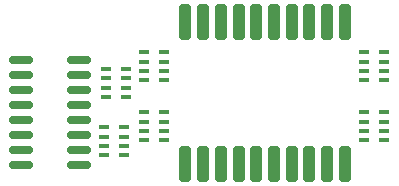
<source format=gbr>
%TF.GenerationSoftware,KiCad,Pcbnew,9.0.1*%
%TF.CreationDate,2025-08-04T21:34:24+02:00*%
%TF.ProjectId,rev1.0,72657631-2e30-42e6-9b69-6361645f7063,rev?*%
%TF.SameCoordinates,Original*%
%TF.FileFunction,Paste,Top*%
%TF.FilePolarity,Positive*%
%FSLAX46Y46*%
G04 Gerber Fmt 4.6, Leading zero omitted, Abs format (unit mm)*
G04 Created by KiCad (PCBNEW 9.0.1) date 2025-08-04 21:34:24*
%MOMM*%
%LPD*%
G01*
G04 APERTURE LIST*
G04 Aperture macros list*
%AMRoundRect*
0 Rectangle with rounded corners*
0 $1 Rounding radius*
0 $2 $3 $4 $5 $6 $7 $8 $9 X,Y pos of 4 corners*
0 Add a 4 corners polygon primitive as box body*
4,1,4,$2,$3,$4,$5,$6,$7,$8,$9,$2,$3,0*
0 Add four circle primitives for the rounded corners*
1,1,$1+$1,$2,$3*
1,1,$1+$1,$4,$5*
1,1,$1+$1,$6,$7*
1,1,$1+$1,$8,$9*
0 Add four rect primitives between the rounded corners*
20,1,$1+$1,$2,$3,$4,$5,0*
20,1,$1+$1,$4,$5,$6,$7,0*
20,1,$1+$1,$6,$7,$8,$9,0*
20,1,$1+$1,$8,$9,$2,$3,0*%
G04 Aperture macros list end*
%ADD10RoundRect,0.150000X-0.825000X-0.150000X0.825000X-0.150000X0.825000X0.150000X-0.825000X0.150000X0*%
%ADD11R,0.900000X0.400000*%
%ADD12RoundRect,0.150000X-0.350000X-1.350000X0.350000X-1.350000X0.350000X1.350000X-0.350000X1.350000X0*%
G04 APERTURE END LIST*
D10*
%TO.C,SW2*%
X210820000Y-99060000D03*
X210820000Y-100330000D03*
X210820000Y-101600000D03*
X210820000Y-102870000D03*
X210820000Y-104140000D03*
X210820000Y-105410000D03*
X210820000Y-106680000D03*
X210820000Y-107950000D03*
X215770000Y-107950000D03*
X215770000Y-106680000D03*
X215770000Y-105410000D03*
X215770000Y-104140000D03*
X215770000Y-102870000D03*
X215770000Y-101600000D03*
X215770000Y-100330000D03*
X215770000Y-99060000D03*
%TD*%
D11*
%TO.C,RN5*%
X221265000Y-103505000D03*
X221265000Y-104305000D03*
X221265000Y-105105000D03*
X221265000Y-105905000D03*
X222965000Y-105905000D03*
X222965000Y-105105000D03*
X222965000Y-104305000D03*
X222965000Y-103505000D03*
%TD*%
%TO.C,RN6*%
X241555000Y-105905000D03*
X241555000Y-105105000D03*
X241555000Y-104305000D03*
X241555000Y-103505000D03*
X239855000Y-103505000D03*
X239855000Y-104305000D03*
X239855000Y-105105000D03*
X239855000Y-105905000D03*
%TD*%
D12*
%TO.C,DIS1*%
X238235000Y-107885000D03*
X236735000Y-107885000D03*
X235235000Y-107885000D03*
X233735000Y-107885000D03*
X232235000Y-107885000D03*
X230735000Y-107885000D03*
X229235000Y-107885000D03*
X227735000Y-107885000D03*
X226235000Y-107885000D03*
X224735000Y-107885000D03*
X224735000Y-95885000D03*
X226235000Y-95885000D03*
X227735000Y-95885000D03*
X229235000Y-95885000D03*
X230735000Y-95885000D03*
X232235000Y-95885000D03*
X233735000Y-95885000D03*
X235235000Y-95885000D03*
X236735000Y-95885000D03*
X238235000Y-95885000D03*
%TD*%
D11*
%TO.C,RN1*%
X219505000Y-107175000D03*
X219505000Y-106375000D03*
X219505000Y-105575000D03*
X219505000Y-104775000D03*
X217805000Y-104775000D03*
X217805000Y-105575000D03*
X217805000Y-106375000D03*
X217805000Y-107175000D03*
%TD*%
%TO.C,RN4*%
X221265000Y-98425000D03*
X221265000Y-99225000D03*
X221265000Y-100025000D03*
X221265000Y-100825000D03*
X222965000Y-100825000D03*
X222965000Y-100025000D03*
X222965000Y-99225000D03*
X222965000Y-98425000D03*
%TD*%
%TO.C,RN2*%
X219710000Y-102235000D03*
X219710000Y-101435000D03*
X219710000Y-100635000D03*
X219710000Y-99835000D03*
X218010000Y-99835000D03*
X218010000Y-100635000D03*
X218010000Y-101435000D03*
X218010000Y-102235000D03*
%TD*%
%TO.C,RN3*%
X241555000Y-100825000D03*
X241555000Y-100025000D03*
X241555000Y-99225000D03*
X241555000Y-98425000D03*
X239855000Y-98425000D03*
X239855000Y-99225000D03*
X239855000Y-100025000D03*
X239855000Y-100825000D03*
%TD*%
M02*

</source>
